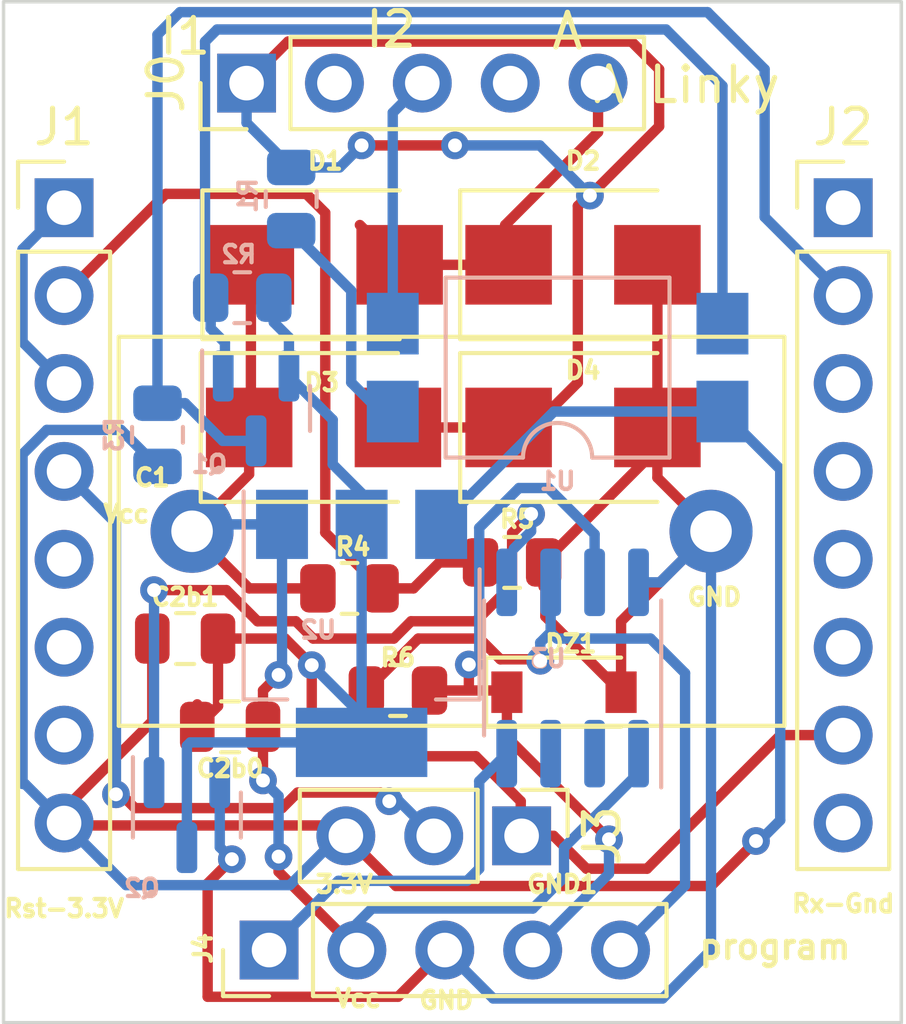
<source format=kicad_pcb>
(kicad_pcb (version 20211014) (generator pcbnew)
  (layers (0 "F.Cu" signal) (31 "B.Cu" signal) (34 "B.Paste" user) (35 "F.Paste" user) (36 "B.SilkS" user "B.Silkscreen") (37 "F.SilkS" user "F.Silkscreen") (38 "B.Mask" user) (39 "F.Mask" user) (44 "Edge.Cuts" user))
  (net 0 "")
  (net 1 "VCC")
  (net 2 "GND")
  (net 3 "A")
  (net 4 "I1")
  (net 5 "Net-(DZ1-Pad1)")
  (net 6 "I2")
  (net 7 "+3.3V")
  (net 8 "GND1")
  (net 9 "Net-(J4-Pad1)")
  (net 10 "Net-(J4-Pad5)")
  (net 13 "Net-(Q1-Pad1)")
  (net 14 "Net-(Q2-Pad1)")
  (net 15 "Net-(R1-Pad2)")
  (net 16 "Net-(J1-Pad1)")
  (net 17 "Net-(J1-Pad2)")
  (net 18 "Net-(J1-Pad4)")
  (net 23 "Net-(J2-Pad2)")
  (footprint "Resistor_SMD:R_0805_2012Metric" (layer "F.Cu") (at 28.25 119 180)
    (fp_text reference "R4" (at -0.1 1.2) (layer "F.SilkS") (effects (font (size 0.5 0.5) (thickness 0.125))))
    (fp_text value "R_US")
    (fp_line (start -0.227064 -0.735) (end 0.227064 -0.735) (layer "F.SilkS") (width 0.12))
    (fp_line (start -0.227064 0.735) (end 0.227064 0.735) (layer "F.SilkS") (width 0.12))
    (pad "1" smd roundrect (at -0.9125 0 180) (size 1.025 1.4) (layers "F.Cu" "F.Paste" "F.Mask") (roundrect_rratio 0.243902439) (net 17 "Net-(J1-Pad2)"))
    (pad "2" smd roundrect (at 0.9125 0 180) (size 1.025 1.4) (layers "F.Cu" "F.Paste" "F.Mask") (roundrect_rratio 0.243902439) (net 1 "VCC"))
  )
  (footprint "Capacitor_SMD:C_0805_2012Metric" (layer "F.Cu") (at 24.8 123 180)
    (fp_text reference "C2b0" (at 0 -1.2) (layer "F.SilkS") (effects (font (size 0.5 0.5) (thickness 0.125))))
    (fp_text value "C")
    (fp_line (start -0.261252 -0.735) (end 0.261252 -0.735) (layer "F.SilkS") (width 0.12))
    (fp_line (start -0.261252 0.735) (end 0.261252 0.735) (layer "F.SilkS") (width 0.12))
    (pad "1" smd roundrect (at -0.95 0 180) (size 1 1.45) (layers "F.Cu" "F.Paste" "F.Mask") (net 1 "VCC"))
    (pad "2" smd roundrect (at 0.95 0 180) (size 1 1.45) (layers "F.Cu" "F.Paste" "F.Mask") (net 8 "GND1"))
  )
  (footprint "Diode_SMD:D_SMB" (layer "F.Cu") (at 35 114.35)
    (fp_text reference "D4" (at 0 -1.65) (layer "F.SilkS") (effects (font (size 0.5 0.5) (thickness 0.125))))
    (fp_text value "S2JTR")
    (fp_line (start -3.55 -2.15) (end 2.15 -2.15) (layer "F.SilkS") (width 0.12))
    (fp_line (start -3.55 -2.15) (end -3.55 2.15) (layer "F.SilkS") (width 0.12))
    (fp_line (start -3.55 2.15) (end 2.15 2.15) (layer "F.SilkS") (width 0.12))
    (pad "1" smd rect (at -2.15 0) (size 2.5 2.3) (layers "F.Cu" "F.Paste" "F.Mask") (net 4 "I1"))
    (pad "2" smd rect (at 2.15 0) (size 2.5 2.3) (layers "F.Cu" "F.Paste" "F.Mask") (net 2 "GND"))
  )
  (footprint "Diode_SMD:D_SMB" (layer "F.Cu") (at 27.55 109.65)
    (fp_text reference "D1" (at 0 -3) (layer "F.SilkS") (effects (font (size 0.5 0.5) (thickness 0.125))))
    (fp_text value "S2JTR")
    (fp_line (start -3.55 2.15) (end 2.15 2.15) (layer "F.SilkS") (width 0.12))
    (fp_line (start -3.55 -2.15) (end 2.15 -2.15) (layer "F.SilkS") (width 0.12))
    (fp_line (start -3.55 -2.15) (end -3.55 2.15) (layer "F.SilkS") (width 0.12))
    (pad "1" smd rect (at -2.15 0) (size 2.5 2.3) (layers "F.Cu" "F.Paste" "F.Mask") (net 1 "VCC"))
    (pad "2" smd rect (at 2.15 0) (size 2.5 2.3) (layers "F.Cu" "F.Paste" "F.Mask") (net 3 "A"))
  )
  (footprint "Connector_PinHeader_2.54mm:PinHeader_1x05_P2.54mm_Vertical" (layer "F.Cu") (at 25.275 104.4 90)
    (fp_text reference "J0" (at 0 -2.33 90) (layer "F.SilkS"))
    (fp_text value "Linky" (at -0.05 13.525 180) (layer "F.SilkS"))
    (fp_line (start -1.33 11.49) (end 1.33 11.49) (layer "F.SilkS") (width 0.12))
    (fp_line (start -1.33 -1.33) (end 0 -1.33) (layer "F.SilkS") (width 0.12))
    (fp_line (start -1.33 1.27) (end -1.33 11.49) (layer "F.SilkS") (width 0.12))
    (fp_line (start -1.33 1.27) (end 1.33 1.27) (layer "F.SilkS") (width 0.12))
    (fp_line (start -1.33 0) (end -1.33 -1.33) (layer "F.SilkS") (width 0.12))
    (fp_line (start 1.33 1.27) (end 1.33 11.49) (layer "F.SilkS") (width 0.12))
    (pad "1" thru_hole rect (at 0 0 90) (size 1.7 1.7) (drill 1) (layers *.Cu *.Mask) (net 4 "I1"))
    (pad "2" thru_hole oval (at 0 2.54 90) (size 1.7 1.7) (drill 1) (layers *.Cu *.Mask))
    (pad "3" thru_hole oval (at 0 5.08 90) (size 1.7 1.7) (drill 1) (layers *.Cu *.Mask) (net 6 "I2"))
    (pad "4" thru_hole oval (at 0 7.62 90) (size 1.7 1.7) (drill 1) (layers *.Cu *.Mask))
    (pad "5" thru_hole oval (at 0 10.16 90) (size 1.7 1.7) (drill 1) (layers *.Cu *.Mask) (net 3 "A"))
  )
  (footprint "Connector_PinHeader_2.54mm:PinHeader_1x08_P2.54mm_Vertical" (layer "F.Cu") (at 42.52 108)
    (fp_text reference "J2" (at 0 -2.33) (layer "F.SilkS"))
    (fp_text value "Rx-Gnd" (at 0 20.11) (layer "F.SilkS") (effects (font (size 0.5 0.5) (thickness 0.125))))
    (fp_line (start -1.33 1.27) (end 1.33 1.27) (layer "F.SilkS") (width 0.12))
    (fp_line (start 1.33 1.27) (end 1.33 19.11) (layer "F.SilkS") (width 0.12))
    (fp_line (start -1.33 -1.33) (end 0 -1.33) (layer "F.SilkS") (width 0.12))
    (fp_line (start -1.33 19.11) (end 1.33 19.11) (layer "F.SilkS") (width 0.12))
    (fp_line (start -1.33 1.27) (end -1.33 19.11) (layer "F.SilkS") (width 0.12))
    (fp_line (start -1.33 0) (end -1.33 -1.33) (layer "F.SilkS") (width 0.12))
    (pad "1" thru_hole rect (at 0 0) (size 1.7 1.7) (drill 1) (layers *.Cu *.Mask))
    (pad "2" thru_hole oval (at 0 2.54) (size 1.7 1.7) (drill 1) (layers *.Cu *.Mask) (net 23 "Net-(J2-Pad2)"))
    (pad "3" thru_hole oval (at 0 5.08) (size 1.7 1.7) (drill 1) (layers *.Cu *.Mask))
    (pad "4" thru_hole oval (at 0 7.62) (size 1.7 1.7) (drill 1) (layers *.Cu *.Mask))
    (pad "5" thru_hole oval (at 0 10.16) (size 1.7 1.7) (drill 1) (layers *.Cu *.Mask))
    (pad "6" thru_hole oval (at 0 12.7) (size 1.7 1.7) (drill 1) (layers *.Cu *.Mask))
    (pad "7" thru_hole oval (at 0 15.24) (size 1.7 1.7) (drill 1) (layers *.Cu *.Mask) (net 8 "GND1"))
    (pad "8" thru_hole oval (at 0 17.78) (size 1.7 1.7) (drill 1) (layers *.Cu *.Mask))
  )
  (footprint "Connector_PinHeader_2.54mm:PinHeader_1x08_P2.54mm_Vertical" (layer "F.Cu") (at 20 108)
    (fp_text reference "J1" (at 0 -2.33) (layer "F.SilkS"))
    (fp_text value "Rst-3.3V" (at 0 20.25) (layer "F.SilkS") (effects (font (size 0.5 0.5) (thickness 0.125))))
    (fp_line (start -1.33 0) (end -1.33 -1.33) (layer "F.SilkS") (width 0.12))
    (fp_line (start -1.33 1.27) (end 1.33 1.27) (layer "F.SilkS") (width 0.12))
    (fp_line (start -1.33 19.11) (end 1.33 19.11) (layer "F.SilkS") (width 0.12))
    (fp_line (start -1.33 -1.33) (end 0 -1.33) (layer "F.SilkS") (width 0.12))
    (fp_line (start -1.33 1.27) (end -1.33 19.11) (layer "F.SilkS") (width 0.12))
    (fp_line (start 1.33 1.27) (end 1.33 19.11) (layer "F.SilkS") (width 0.12))
    (pad "1" thru_hole rect (at 0 0) (size 1.7 1.7) (drill 1) (layers *.Cu *.Mask) (net 16 "Net-(J1-Pad1)"))
    (pad "2" thru_hole oval (at 0 2.54) (size 1.7 1.7) (drill 1) (layers *.Cu *.Mask) (net 17 "Net-(J1-Pad2)"))
    (pad "3" thru_hole oval (at 0 5.08) (size 1.7 1.7) (drill 1) (layers *.Cu *.Mask) (net 16 "Net-(J1-Pad1)"))
    (pad "4" thru_hole oval (at 0 7.62) (size 1.7 1.7) (drill 1) (layers *.Cu *.Mask) (net 18 "Net-(J1-Pad4)"))
    (pad "5" thru_hole oval (at 0 10.16) (size 1.7 1.7) (drill 1) (layers *.Cu *.Mask))
    (pad "6" thru_hole oval (at 0 12.7) (size 1.7 1.7) (drill 1) (layers *.Cu *.Mask))
    (pad "7" thru_hole oval (at 0 15.24) (size 1.7 1.7) (drill 1) (layers *.Cu *.Mask))
    (pad "8" thru_hole oval (at 0 17.78) (size 1.7 1.7) (drill 1) (layers *.Cu *.Mask) (net 7 "+3.3V"))
  )
  (footprint "Connector_PinHeader_2.54mm:PinHeader_1x05_P2.54mm_Vertical" (layer "F.Cu") (at 25.925 129.45 90)
    (fp_text reference "J4" (at 0.05 -1.91 90) (layer "F.SilkS") (effects (font (size 0.5 0.5) (thickness 0.125))))
    (fp_text value "program" (at 0.1 14.625 180) (layer "F.SilkS") (effects (font (size 0.7 0.7))))
    (fp_line (start -1.33 0) (end -1.33 -1.33) (layer "F.SilkS") (width 0.12))
    (fp_line (start -1.33 1.27) (end -1.33 11.49) (layer "F.SilkS") (width 0.12))
    (fp_line (start -1.33 1.27) (end 1.33 1.27) (layer "F.SilkS") (width 0.12))
    (fp_line (start -1.33 11.49) (end 1.33 11.49) (layer "F.SilkS") (width 0.12))
    (fp_line (start -1.33 -1.33) (end 0 -1.33) (layer "F.SilkS") (width 0.12))
    (fp_line (start 1.33 1.27) (end 1.33 11.49) (layer "F.SilkS") (width 0.12))
    (pad "1" thru_hole rect (at 0 0 90) (size 1.7 1.7) (drill 1) (layers *.Cu *.Mask) (net 9 "Net-(J4-Pad1)"))
    (pad "2" thru_hole oval (at 0 2.54 90) (size 1.7 1.7) (drill 1) (layers *.Cu *.Mask) (net 1 "VCC"))
    (pad "3" thru_hole oval (at 0 5.08 90) (size 1.7 1.7) (drill 1) (layers *.Cu *.Mask) (net 2 "GND"))
    (pad "4" thru_hole oval (at 0 7.62 90) (size 1.7 1.7) (drill 1) (layers *.Cu *.Mask) (net 5 "Net-(DZ1-Pad1)"))
    (pad "5" thru_hole oval (at 0 10.16 90) (size 1.7 1.7) (drill 1) (layers *.Cu *.Mask) (net 10 "Net-(J4-Pad5)"))
  )
  (footprint "Capacitor_SMD:C_0805_2012Metric" (layer "F.Cu") (at 23.5 120.45)
    (fp_text reference "C2b1" (at 0 -1.2) (layer "F.SilkS") (effects (font (size 0.5 0.5) (thickness 0.125))))
    (fp_text value "C")
    (fp_line (start -0.261252 0.735) (end 0.261252 0.735) (layer "F.SilkS") (width 0.12))
    (fp_line (start -0.261252 -0.735) (end 0.261252 -0.735) (layer "F.SilkS") (width 0.12))
    (pad "1" smd roundrect (at -0.95 0) (size 1 1.45) (layers "F.Cu" "F.Paste" "F.Mask") (net 7 "+3.3V"))
    (pad "2" smd roundrect (at 0.95 0) (size 1 1.45) (layers "F.Cu" "F.Paste" "F.Mask") (net 8 "GND1"))
  )
  (footprint "Diode_SMD:D_SMB" (layer "F.Cu") (at 27.5 114.35)
    (fp_text reference "D3" (at -0.05 -1.3) (layer "F.SilkS") (effects (font (size 0.5 0.5) (thickness 0.125))))
    (fp_text value "S2JTR")
    (fp_line (start -3.55 -2.15) (end -3.55 2.15) (layer "F.SilkS") (width 0.12))
    (fp_line (start -3.55 -2.15) (end 2.15 -2.15) (layer "F.SilkS") (width 0.12))
    (fp_line (start -3.55 2.15) (end 2.15 2.15) (layer "F.SilkS") (width 0.12))
    (pad "1" smd rect (at -2.15 0) (size 2.5 2.3) (layers "F.Cu" "F.Paste" "F.Mask") (net 1 "VCC"))
    (pad "2" smd rect (at 2.15 0) (size 2.5 2.3) (layers "F.Cu" "F.Paste" "F.Mask") (net 4 "I1"))
  )
  (footprint "Resistor_SMD:R_0805_2012Metric" (layer "F.Cu") (at 32.95 118.25 180)
    (fp_text reference "R5" (at -0.15 1.25) (layer "F.SilkS") (effects (font (size 0.5 0.5) (thickness 0.125))))
    (fp_text value "R_US")
    (fp_line (start -0.227064 -0.735) (end 0.227064 -0.735) (layer "F.SilkS") (width 0.12))
    (fp_line (start -0.227064 0.735) (end 0.227064 0.735) (layer "F.SilkS") (width 0.12))
    (pad "1" smd roundrect (at -0.9125 0 180) (size 1.025 1.4) (layers "F.Cu" "F.Paste" "F.Mask") (roundrect_rratio 0.243902439) (net 2 "GND"))
    (pad "2" smd roundrect (at 0.9125 0 180) (size 1.025 1.4) (layers "F.Cu" "F.Paste" "F.Mask") (roundrect_rratio 0.243902439) (net 17 "Net-(J1-Pad2)"))
  )
  (footprint "Capacitor_THT:C_Rect_L19.0mm_W11.0mm_P15.00mm_MKS4" (layer "F.Cu") (at 23.7 117.35)
    (fp_text reference "C1" (at -1.15 -1.55) (layer "F.SilkS") (effects (font (size 0.5 0.5) (thickness 0.125))))
    (fp_text value "C")
    (fp_line (start -2.12 -5.62) (end -2.12 5.62) (layer "F.SilkS") (width 0.12))
    (fp_line (start -2.12 -5.62) (end 17.12 -5.62) (layer "F.SilkS") (width 0.12))
    (fp_line (start 17.12 -5.62) (end 17.12 5.62) (layer "F.SilkS") (width 0.12))
    (fp_line (start -2.12 5.62) (end 17.12 5.62) (layer "F.SilkS") (width 0.12))
    (pad "1" thru_hole circle (at 0 0) (size 2.4 2.4) (drill 1.2) (layers *.Cu *.Mask) (net 1 "VCC"))
    (pad "2" thru_hole circle (at 15 0) (size 2.4 2.4) (drill 1.2) (layers *.Cu *.Mask) (net 2 "GND"))
  )
  (footprint "Connector_PinHeader_2.54mm:PinHeader_1x03_P2.54mm_Vertical" (layer "F.Cu") (at 33.225 126.15 -90)
    (fp_text reference "J3" (at 0 -2.33 90) (layer "F.SilkS"))
    (fp_text value "Conn_01x03_Female")
    (fp_line (start -1.33 6.41) (end 1.33 6.41) (layer "F.SilkS") (width 0.12))
    (fp_line (start -1.33 0) (end -1.33 -1.33) (layer "F.SilkS") (width 0.12))
    (fp_line (start -1.33 1.27) (end 1.33 1.27) (layer "F.SilkS") (width 0.12))
    (fp_line (start 1.33 1.27) (end 1.33 6.41) (layer "F.SilkS") (width 0.12))
    (fp_line (start -1.33 -1.33) (end 0 -1.33) (layer "F.SilkS") (width 0.12))
    (fp_line (start -1.33 1.27) (end -1.33 6.41) (layer "F.SilkS") (width 0.12))
    (pad "1" thru_hole rect (at 0 0 270) (size 1.7 1.7) (drill 1) (layers *.Cu *.Mask) (net 8 "GND1"))
    (pad "2" thru_hole oval (at 0 2.54 270) (size 1.7 1.7) (drill 1) (layers *.Cu *.Mask) (net 18 "Net-(J1-Pad4)"))
    (pad "3" thru_hole oval (at 0 5.08 270) (size 1.7 1.7) (drill 1) (layers *.Cu *.Mask) (net 7 "+3.3V"))
  )
  (footprint "Resistor_SMD:R_0805_2012Metric" (layer "F.Cu") (at 29.65 121.95 180)
    (fp_text reference "R6" (at 0 0.95) (layer "F.SilkS") (effects (font (size 0.5 0.5) (thickness 0.125))))
    (fp_text value "R_US")
    (fp_line (start -0.227064 0.735) (end 0.227064 0.735) (layer "F.SilkS") (width 0.12))
    (fp_line (start -0.227064 -0.735) (end 0.227064 -0.735) (layer "F.SilkS") (width 0.12))
    (pad "1" smd roundrect (at -0.9125 0 180) (size 1.025 1.4) (layers "F.Cu" "F.Paste" "F.Mask") (roundrect_rratio 0.243902439) (net 5 "Net-(DZ1-Pad1)"))
    (pad "2" smd roundrect (at 0.9125 0 180) (size 1.025 1.4) (layers "F.Cu" "F.Paste" "F.Mask") (roundrect_rratio 0.243902439) (net 10 "Net-(J4-Pad5)"))
  )
  (footprint "Diode_SMD:D_SOD-123" (layer "F.Cu") (at 34.45 122)
    (fp_text reference "DZ1" (at 0.2 -1.4) (layer "F.SilkS") (effects (font (size 0.5 0.5) (thickness 0.125))))
    (fp_text value "BAT43W-V")
    (fp_line (start -2.25 1) (end 1.65 1) (layer "F.SilkS") (width 0.12))
    (fp_line (start -2.25 -1) (end 1.65 -1) (layer "F.SilkS") (width 0.12))
    (fp_line (start -2.25 -1) (end -2.25 1) (layer "F.SilkS") (width 0.12))
    (pad "1" smd rect (at -1.65 0) (size 0.9 1.2) (layers "F.Cu" "F.Paste" "F.Mask") (net 5 "Net-(DZ1-Pad1)"))
    (pad "2" smd rect (at 1.65 0) (size 0.9 1.2) (layers "F.Cu" "F.Paste" "F.Mask") (net 2 "GND"))
  )
  (footprint "Diode_SMD:D_SMB" (layer "F.Cu") (at 35 109.65)
    (fp_text reference "D2" (at 0 -3) (layer "F.SilkS") (effects (font (size 0.5 0.5) (thickness 0.125))))
    (fp_text value "S2JTR")
    (fp_line (start -3.55 -2.15) (end 2.15 -2.15) (layer "F.SilkS") (width 0.12))
    (fp_line (start -3.55 -2.15) (end -3.55 2.15) (layer "F.SilkS") (width 0.12))
    (fp_line (start -3.55 2.15) (end 2.15 2.15) (layer "F.SilkS") (width 0.12))
    (pad "1" smd rect (at -2.15 0) (size 2.5 2.3) (layers "F.Cu" "F.Paste" "F.Mask") (net 3 "A"))
    (pad "2" smd rect (at 2.15 0) (size 2.5 2.3) (layers "F.Cu" "F.Paste" "F.Mask") (net 2 "GND"))
  )
  (footprint "Package_DIP:SMDIP-4_W9.53mm_Clearance8mm" (layer "B.Cu") (at 34.265 112.62)
    (fp_text reference "U1" (at 0 3.28) (layer "B.SilkS") (effects (font (size 0.5 0.5) (thickness 0.125)) (justify mirror)))
    (fp_text value "SFH6206-2T")
    (fp_line (start -3.235 -2.6) (end 3.235 -2.6) (layer "B.SilkS") (width 0.12))
    (fp_line (start 3.235 2.6) (end 1 2.6) (layer "B.SilkS") (width 0.12))
    (fp_line (start 3.235 -2.6) (end 3.235 2.6) (layer "B.SilkS") (width 0.12))
    (fp_line (start -1 2.6) (end -3.235 2.6) (layer "B.SilkS") (width 0.12))
    (fp_line (start -3.235 2.6) (end -3.235 -2.6) (layer "B.SilkS") (width 0.12))
    (fp_arc (start -1 2.6) (mid 0 1.6) (end 1 2.6) (layer "B.SilkS") (width 0.12))
    (pad "1" smd rect (at -4.765 1.27) (size 1.5 1.78) (layers "B.Cu" "B.Paste" "B.Mask") (net 15 "Net-(R1-Pad2)"))
    (pad "2" smd rect (at -4.765 -1.27) (size 1.5 1.78) (layers "B.Cu" "B.Paste" "B.Mask") (net 6 "I2"))
    (pad "3" smd rect (at 4.765 -1.27) (size 1.5 1.78) (layers "B.Cu" "B.Paste" "B.Mask") (net 13 "Net-(Q1-Pad1)"))
    (pad "4" smd rect (at 4.765 1.27) (size 1.5 1.78) (layers "B.Cu" "B.Paste" "B.Mask") (net 7 "+3.3V"))
  )
  (footprint "Package_TO_SOT_SMD:SOT-23" (layer "B.Cu") (at 23.55 125.55 -90)
    (fp_text reference "Q2" (at 2.1125 1.3) (layer "B.SilkS") (effects (font (size 0.5 0.5) (thickness 0.125)) (justify mirror)))
    (fp_text value "IRLML6244")
    (fp_line (start 0 1.56) (end 0.65 1.56) (layer "B.SilkS") (width 0.12))
    (fp_line (start 0 -1.56) (end -0.65 -1.56) (layer "B.SilkS") (width 0.12))
    (fp_line (start 0 -1.56) (end 0.65 -1.56) (layer "B.SilkS") (width 0.12))
    (fp_line (start 0 1.56) (end -1.675 1.56) (layer "B.SilkS") (width 0.12))
    (pad "1" smd roundrect (at -0.9375 0.95 270) (size 1.475 0.6) (layers "B.Cu" "B.Paste" "B.Mask") (net 14 "Net-(Q2-Pad1)"))
    (pad "2" smd roundrect (at -0.9375 -0.95 270) (size 1.475 0.6) (layers "B.Cu" "B.Paste" "B.Mask") (net 2 "GND"))
    (pad "3" smd roundrect (at 0.9375 0 270) (size 1.475 0.6) (layers "B.Cu" "B.Paste" "B.Mask") (net 8 "GND1"))
  )
  (footprint "Resistor_SMD:R_0805_2012Metric" (layer "B.Cu") (at 26.565 107.75 -90)
    (fp_text reference "R1" (at -0.1 1.25 90) (layer "B.SilkS") (effects (font (size 0.5 0.5) (thickness 0.125)) (justify mirror)))
    (fp_text value "R_US")
    (fp_line (start -0.227064 -0.735) (end 0.227064 -0.735) (layer "B.SilkS") (width 0.12))
    (fp_line (start -0.227064 0.735) (end 0.227064 0.735) (layer "B.SilkS") (width 0.12))
    (pad "1" smd roundrect (at -0.9125 0 270) (size 1.025 1.4) (layers "B.Cu" "B.Paste" "B.Mask") (roundrect_rratio 0.243902439) (net 4 "I1"))
    (pad "2" smd roundrect (at 0.9125 0 270) (size 1.025 1.4) (layers "B.Cu" "B.Paste" "B.Mask") (roundrect_rratio 0.243902439) (net 15 "Net-(R1-Pad2)"))
  )
  (footprint "Package_TO_SOT_SMD:SOT-223-3_TabPin2" (layer "B.Cu") (at 28.6 120.3 -90)
    (fp_text reference "U2" (at -0.1 1.25) (layer "B.SilkS") (effects (font (size 0.5 0.5) (thickness 0.125)) (justify mirror)))
    (fp_text value "MCP1825s33")
    (fp_line (start -4.1 3.41) (end 1.91 3.41) (layer "B.SilkS") (width 0.12))
    (fp_line (start -1.85 -3.41) (end 1.91 -3.41) (layer "B.SilkS") (width 0.12))
    (fp_line (start 1.91 3.41) (end 1.91 2.15) (layer "B.SilkS") (width 0.12))
    (fp_line (start 1.91 -3.41) (end 1.91 -2.15) (layer "B.SilkS") (width 0.12))
    (pad "1" smd rect (at -3.15 2.3 270) (size 2 1.5) (layers "B.Cu" "B.Paste" "B.Mask") (net 1 "VCC"))
    (pad "2" smd rect (at -3.15 0 270) (size 2 1.5) (layers "B.Cu" "B.Paste" "B.Mask") (net 8 "GND1"))
    (pad "2" smd rect (at 3.15 0 270) (size 2 3.8) (layers "B.Cu" "B.Paste" "B.Mask") (net 8 "GND1"))
    (pad "3" smd rect (at -3.15 -2.3 270) (size 2 1.5) (layers "B.Cu" "B.Paste" "B.Mask") (net 7 "+3.3V"))
  )
  (footprint "Package_TO_SOT_SMD:SOT-23" (layer "B.Cu") (at 25.55 113.8 -90)
    (fp_text reference "Q1" (at 1.6125 1.35) (layer "B.SilkS") (effects (font (size 0.5 0.5) (thickness 0.125)) (justify mirror)))
    (fp_text value "BS170F")
    (fp_line (start 0 -1.56) (end 0.65 -1.56) (layer "B.SilkS") (width 0.12))
    (fp_line (start 0 1.56) (end -1.675 1.56) (layer "B.SilkS") (width 0.12))
    (fp_line (start 0 1.56) (end 0.65 1.56) (layer "B.SilkS") (width 0.12))
    (fp_line (start 0 -1.56) (end -0.65 -1.56) (layer "B.SilkS") (width 0.12))
    (pad "1" smd roundrect (at -0.9375 0.95 270) (size 1.475 0.6) (layers "B.Cu" "B.Paste" "B.Mask") (net 13 "Net-(Q1-Pad1)"))
    (pad "2" smd roundrect (at -0.9375 -0.95 270) (size 1.475 0.6) (layers "B.Cu" "B.Paste" "B.Mask") (net 8 "GND1"))
    (pad "3" smd roundrect (at 0.9375 0 270) (size 1.475 0.6) (layers "B.Cu" "B.Paste" "B.Mask") (net 23 "Net-(J2-Pad2)"))
  )
  (footprint "Resistor_SMD:R_0805_2012Metric" (layer "B.Cu") (at 25.15 110.6 180)
    (fp_text reference "R2" (at 0.1 1.25) (layer "B.SilkS") (effects (font (size 0.5 0.5) (thickness 0.125)) (justify mirror)))
    (fp_text value "R_US")
    (fp_line (start -0.227064 -0.735) (end 0.227064 -0.735) (layer "B.SilkS") (width 0.12))
    (fp_line (start -0.227064 0.735) (end 0.227064 0.735) (layer "B.SilkS") (width 0.12))
    (pad "1" smd roundrect (at -0.9125 0 180) (size 1.025 1.4) (layers "B.Cu" "B.Paste" "B.Mask") (roundrect_rratio 0.243902439) (net 8 "GND1"))
    (pad "2" smd roundrect (at 0.9125 0 180) (size 1.025 1.4) (layers "B.Cu" "B.Paste" "B.Mask") (roundrect_rratio 0.243902439) (net 13 "Net-(Q1-Pad1)"))
  )
  (footprint "Resistor_SMD:R_0805_2012Metric" (layer "B.Cu") (at 22.7 114.5625 -90)
    (fp_text reference "R3" (at 0 1.25 90) (layer "B.SilkS") (effects (font (size 0.5 0.5) (thickness 0.125)) (justify mirror)))
    (fp_text value "R_US")
    (fp_line (start -0.227064 -0.735) (end 0.227064 -0.735) (layer "B.SilkS") (width 0.12))
    (fp_line (start -0.227064 0.735) (end 0.227064 0.735) (layer "B.SilkS") (width 0.12))
    (pad "1" smd roundrect (at -0.9125 0 270) (size 1.025 1.4) (layers "B.Cu" "B.Paste" "B.Mask") (roundrect_rratio 0.243902439) (net 23 "Net-(J2-Pad2)"))
    (pad "2" smd roundrect (at 0.9125 0 270) (size 1.025 1.4) (layers "B.Cu" "B.Paste" "B.Mask") (roundrect_rratio 0.243902439) (net 7 "+3.3V"))
  )
  (footprint "Package_SO:SOIC-8_3.9x4.9mm_P1.27mm" (layer "B.Cu") (at 34.7 121.3 90)
    (fp_text reference "U3" (at 0.275 -0.715) (layer "B.SilkS") (effects (font (size 0.5 0.5) (thickness 0.125)) (justify mirror)))
    (fp_text value "PIC12F1840-IP")
    (fp_line (start 0 2.56) (end 1.95 2.56) (layer "B.SilkS") (width 0.12))
    (fp_line (start 0 2.56) (end -3.45 2.56) (layer "B.SilkS") (width 0.12))
    (fp_line (start 0 -2.56) (end -1.95 -2.56) (layer "B.SilkS") (width 0.12))
    (fp_line (start 0 -2.56) (end 1.95 -2.56) (layer "B.SilkS") (width 0.12))
    (pad "1" smd roundrect (at -2.475 1.905 90) (size 1.95 0.6) (layers "B.Cu" "B.Paste" "B.Mask") (net 1 "VCC"))
    (pad "2" smd roundrect (at -2.475 0.635 90) (size 1.95 0.6) (layers "B.Cu" "B.Paste" "B.Mask"))
    (pad "3" smd roundrect (at -2.475 -0.635 90) (size 1.95 0.6) (layers "B.Cu" "B.Paste" "B.Mask"))
    (pad "4" smd roundrect (at -2.475 -1.905 90) (size 1.95 0.6) (layers "B.Cu" "B.Paste" "B.Mask") (net 9 "Net-(J4-Pad1)"))
    (pad "5" smd roundrect (at 2.475 -1.905 90) (size 1.95 0.6) (layers "B.Cu" "B.Paste" "B.Mask") (net 14 "Net-(Q2-Pad1)"))
    (pad "6" smd roundrect (at 2.475 -0.635 90) (size 1.95 0.6) (layers "B.Cu" "B.Paste" "B.Mask") (net 10 "Net-(J4-Pad5)"))
    (pad "7" smd roundrect (at 2.475 0.635 90) (size 1.95 0.6) (layers "B.Cu" "B.Paste" "B.Mask") (net 5 "Net-(DZ1-Pad1)"))
    (pad "8" smd roundrect (at 2.475 1.905 90) (size 1.95 0.6) (layers "B.Cu" "B.Paste" "B.Mask") (net 2 "GND"))
  )
  (gr_rect (start 18.25 102.048385) (end 44.2 131.55) (layer "Edge.Cuts") (width 0.1) (fill none))
  (gr_text "3.3V" (at 28.1 127.55) (layer "F.SilkS") (effects (font (size 0.5 0.5) (thickness 0.125))))
  (gr_text "GND\n" (at 31.05 130.9) (layer "F.SilkS") (effects (font (size 0.5 0.5) (thickness 0.125))))
  (gr_text "I1" (at 23.5 103.05) (layer "F.SilkS") (effects (font (size 1 1))))
  (gr_text "I2" (at 29.45 102.85) (layer "F.SilkS") (effects (font (size 1 1))))
  (gr_text "GND\n" (at 38.8 119.25) (layer "F.SilkS") (effects (font (size 0.5 0.5) (thickness 0.125))))
  (gr_text "Vcc" (at 28.5 130.85) (layer "F.SilkS") (effects (font (size 0.5 0.5) (thickness 0.125))))
  (gr_text "A" (at 34.55 102.9) (layer "F.SilkS") (effects (font (size 1 1))))
  (gr_text "A" (at 35.75 104.45) (layer "F.SilkS") (effects (font (size 1 1))))
  (gr_text "Vcc\n" (at 21.8 116.85) (layer "F.SilkS") (effects (font (size 0.5 0.5) (thickness 0.125))))
  (gr_text "GND1" (at 34.4 127.55) (layer "F.SilkS") (effects (font (size 0.5 0.5) (thickness 0.125))))
  (segment (start 25.4 114.3) (end 25.35 114.35) (width 0.3) (layer "F.Cu") (net 1))
  (segment (start 23.7 117.35) (end 25.35 119) (width 0.3) (layer "F.Cu") (net 1))
  (segment (start 25.35 115.7) (end 23.7 117.35) (width 0.3) (layer "F.Cu") (net 1))
  (segment (start 25.75 121.95) (end 26.2 121.5) (width 0.3) (layer "F.Cu") (net 1))
  (segment (start 25.35 119) (end 27.3375 119) (width 0.3) (layer "F.Cu") (net 1))
  (segment (start 28.465 129.45) (end 26.2 127.185) (width 0.3) (layer "F.Cu") (net 1))
  (segment (start 25.75 124.55) (end 25.75 123) (width 0.3) (layer "F.Cu") (net 1))
  (segment (start 25.75 123) (end 26.2 123.45) (width 0.3) (layer "F.Cu") (net 1))
  (segment (start 25.35 114.35) (end 25.35 115.7) (width 0.3) (layer "F.Cu") (net 1))
  (segment (start 26.2 127.185) (end 26.2 126.75) (width 0.3) (layer "F.Cu") (net 1))
  (segment (start 25.75 123) (end 25.75 121.95) (width 0.3) (layer "F.Cu") (net 1))
  (segment (start 25.4 109.65) (end 25.4 114.3) (width 0.3) (layer "F.Cu") (net 1))
  (via (at 26.2 121.5) (size 0.8) (drill 0.4) (layers "F.Cu" "B.Cu") (net 1))
  (via (at 25.75 124.55) (size 0.8) (drill 0.4) (layers "F.Cu" "B.Cu") (net 1))
  (via (at 26.2 126.75) (size 0.8) (drill 0.4) (layers "F.Cu" "B.Cu") (net 1))
  (segment (start 36.605 124.334339) (end 34.45 126.489339) (width 0.3) (layer "B.Cu") (net 1))
  (segment (start 28.465 128.685) (end 28.465 129.45) (width 0.3) (layer "B.Cu") (net 1))
  (segment (start 23.9 117.15) (end 23.7 117.35) (width 0.3) (layer "B.Cu") (net 1))
  (segment (start 26.3 117.15) (end 23.9 117.15) (width 0.3) (layer "B.Cu") (net 1))
  (segment (start 36.605 123.775) (end 36.605 124.334339) (width 0.3) (layer "B.Cu") (net 1))
  (segment (start 33.55 128.25) (end 28.9 128.25) (width 0.3) (layer "B.Cu") (net 1))
  (segment (start 26.2 121.5) (end 26.3 121.4) (width 0.3) (layer "B.Cu") (net 1))
  (segment (start 34.45 127.35) (end 33.55 128.25) (width 0.3) (layer "B.Cu") (net 1))
  (segment (start 34.45 126.489339) (end 34.45 127.35) (width 0.3) (layer "B.Cu") (net 1))
  (segment (start 26.3 121.4) (end 26.3 117.15) (width 0.3) (layer "B.Cu") (net 1))
  (segment (start 28.9 128.25) (end 28.465 128.685) (width 0.3) (layer "B.Cu") (net 1))
  (segment (start 26.2 125) (end 26.2 126.75) (width 0.3) (layer "B.Cu") (net 1))
  (segment (start 25.75 124.55) (end 26.2 125) (width 0.3) (layer "B.Cu") (net 1))
  (segment (start 24.85 126.8255) (end 24.15 127.5255) (width 0.3) (layer "F.Cu") (net 2))
  (segment (start 38.7 117.35) (end 37.15 115.8) (width 0.3) (layer "F.Cu") (net 2))
  (segment (start 29.655 130.8) (end 31.005 129.45) (width 0.3) (layer "F.Cu") (net 2))
  (segment (start 36.1 122) (end 36.1 119.95) (width 0.3) (layer "F.Cu") (net 2))
  (segment (start 33.9125 119) (end 33.9125 119.8125) (width 0.3) (layer "F.Cu") (net 2))
  (segment (start 37.15 114.9625) (end 33.8625 118.25) (width 0.3) (layer "F.Cu") (net 2))
  (segment (start 37.15 115.8) (end 37.15 114.35) (width 0.3) (layer "F.Cu") (net 2))
  (segment (start 24.15 130.8) (end 29.655 130.8) (width 0.3) (layer "F.Cu") (net 2))
  (segment (start 36.1 119.95) (end 38.7 117.35) (width 0.3) (layer "F.Cu") (net 2))
  (segment (start 37.15 114.35) (end 37.15 114.9625) (width 0.3) (layer "F.Cu") (net 2))
  (segment (start 33.8625 118.95) (end 33.9125 119) (width 0.3) (layer "F.Cu") (net 2))
  (segment (start 37.15 109.65) (end 37.15 114.35) (width 0.3) (layer "F.Cu") (net 2))
  (segment (start 33.9125 119.8125) (end 36.1 122) (width 0.3) (layer "F.Cu") (net 2))
  (segment (start 33.8625 118.25) (end 33.8625 118.95) (width 0.3) (layer "F.Cu") (net 2))
  (segment (start 24.15 127.5255) (end 24.15 130.8) (width 0.3) (layer "F.Cu") (net 2))
  (via (at 24.85 126.8255) (size 0.8) (drill 0.4) (layers "F.Cu" "B.Cu") (net 2))
  (segment (start 24.5 126.4755) (end 24.5 124.6125) (width 0.3) (layer "B.Cu") (net 2))
  (segment (start 37.3 130.85) (end 38.7 129.45) (width 0.3) (layer "B.Cu") (net 2))
  (segment (start 32.405 130.85) (end 37.3 130.85) (width 0.3) (layer "B.Cu") (net 2))
  (segment (start 36.605 118.825) (end 37.225 118.825) (width 0.3) (layer "B.Cu") (net 2))
  (segment (start 37.225 118.825) (end 38.7 117.35) (width 0.3) (layer "B.Cu") (net 2))
  (segment (start 31.005 129.45) (end 32.405 130.85) (width 0.3) (layer "B.Cu") (net 2))
  (segment (start 24.85 126.8255) (end 24.5 126.4755) (width 0.3) (layer "B.Cu") (net 2))
  (segment (start 38.7 129.45) (end 38.7 117.35) (width 0.3) (layer "B.Cu") (net 2))
  (segment (start 35.435 105.815) (end 32.75 108.5) (width 0.3) (layer "F.Cu") (net 3))
  (segment (start 29.7 109.65) (end 32.85 109.65) (width 0.3) (layer "F.Cu") (net 3))
  (segment (start 35.435 104.4) (end 35.435 105.815) (width 0.3) (layer "F.Cu") (net 3))
  (segment (start 32.85 109.65) (end 32.85 108.6) (width 0.3) (layer "F.Cu") (net 3))
  (segment (start 32.85 108.6) (end 32.75 108.5) (width 0.3) (layer "F.Cu") (net 3))
  (segment (start 28.55 108.5) (end 29.7 109.65) (width 0.3) (layer "F.Cu") (net 3))
  (segment (start 34.85 107.95) (end 35.15 107.65) (width 0.3) (layer "F.Cu") (net 4))
  (segment (start 35.2 107.65) (end 37.2 105.65) (width 0.3) (layer "F.Cu") (net 4))
  (segment (start 26.475 103.2) (end 25.275 104.4) (width 0.3) (layer "F.Cu") (net 4))
  (segment (start 37.2 104) (end 36.4 103.2) (width 0.3) (layer "F.Cu") (net 4))
  (segment (start 28.6 106.2) (end 31.3 106.2) (width 0.3) (layer "F.Cu") (net 4))
  (segment (start 32.85 114.35) (end 33.55 114.35) (width 0.3) (layer "F.Cu") (net 4))
  (segment (start 37.2 105.65) (end 37.2 104) (width 0.3) (layer "F.Cu") (net 4))
  (segment (start 33.55 114.35) (end 34.85 113.05) (width 0.3) (layer "F.Cu") (net 4))
  (segment (start 34.85 113.05) (end 34.85 107.95) (width 0.3) (layer "F.Cu") (net 4))
  (segment (start 32.85 114.35) (end 29.65 114.35) (width 0.3) (layer "F.Cu") (net 4))
  (segment (start 35.15 107.65) (end 35.2 107.65) (width 0.3) (layer "F.Cu") (net 4))
  (segment (start 36.4 103.2) (end 26.475 103.2) (width 0.3) (layer "F.Cu") (net 4))
  (via (at 31.3 106.2) (size 0.8) (drill 0.4) (layers "F.Cu" "B.Cu") (net 4))
  (via (at 28.6 106.2) (size 0.8) (drill 0.4) (layers "F.Cu" "B.Cu") (net 4))
  (via (at 35.2 107.65) (size 0.8) (drill 0.4) (layers "F.Cu" "B.Cu") (net 4))
  (segment (start 31.3 106.2) (end 33.75 106.2) (width 0.3) (layer "B.Cu") (net 4))
  (segment (start 33.75 106.2) (end 35.2 107.65) (width 0.3) (layer "B.Cu") (net 4))
  (segment (start 25.275 105.5475) (end 26.565 106.8375) (width 0.3) (layer "B.Cu") (net 4))
  (segment (start 26.565 106.8375) (end 26.565 106.735) (width 0.3) (layer "B.Cu") (net 4))
  (segment (start 25.275 104.4) (end 25.275 105.5475) (width 0.3) (layer "B.Cu") (net 4))
  (segment (start 27.9625 106.8375) (end 28.6 106.2) (width 0.3) (layer "B.Cu") (net 4))
  (segment (start 26.565 106.8375) (end 27.9625 106.8375) (width 0.3) (layer "B.Cu") (net 4))
  (segment (start 35.75 126.25) (end 32.8 123.3) (width 0.3) (layer "F.Cu") (net 5))
  (segment (start 32.8 123.3) (end 32.8 122) (width 0.3) (layer "F.Cu") (net 5))
  (segment (start 31.7 121.95) (end 32.75 121.95) (width 0.3) (layer "F.Cu") (net 5))
  (segment (start 32.75 121.95) (end 32.8 122) (width 0.3) (layer "F.Cu") (net 5))
  (segment (start 31.7 121.2) (end 31.7 121.95) (width 0.3) (layer "F.Cu") (net 5))
  (segment (start 30.5625 121.95) (end 31.7 121.95) (width 0.3) (layer "F.Cu") (net 5))
  (via (at 31.7 121.2) (size 0.8) (drill 0.4) (layers "F.Cu" "B.Cu") (net 5))
  (via (at 35.75 126.25) (size 0.8) (drill 0.4) (layers "F.Cu" "B.Cu") (net 5))
  (segment (start 35.335 117.435) (end 34 116.1) (width 0.3) (layer "B.Cu") (net 5))
  (segment (start 35.335 118.825) (end 35.335 117.435) (width 0.3) (layer "B.Cu") (net 5))
  (segment (start 34 116.1) (end 33.15 116.1) (width 0.3) (layer "B.Cu") (net 5))
  (segment (start 33.15 116.1) (end 32 117.25) (width 0.3) (layer "B.Cu") (net 5))
  (segment (start 32 117.25) (end 32 120.9) (width 0.3) (layer "B.Cu") (net 5))
  (segment (start 32 120.9) (end 31.7 121.2) (width 0.3) (layer "B.Cu") (net 5))
  (segment (start 33.545 129.45) (end 35.75 127.245) (width 0.3) (layer "B.Cu") (net 5))
  (segment (start 35.75 127.245) (end 35.75 126.25) (width 0.3) (layer "B.Cu") (net 5))
  (segment (start 29.5 105.255) (end 30.355 104.4) (width 0.3) (layer "B.Cu") (net 6))
  (segment (start 29.5 111.35) (end 29.5 105.255) (width 0.3) (layer "B.Cu") (net 6))
  (segment (start 38.7 127.6) (end 40 126.3) (width 0.3) (layer "F.Cu") (net 7))
  (segment (start 28.145 126.15) (end 29.595 127.6) (width 0.3) (layer "F.Cu") (net 7))
  (segment (start 20.07 125.85) (end 20 125.78) (width 0.3) (layer "F.Cu") (net 7))
  (segment (start 29.595 127.6) (end 38.7 127.6) (width 0.3) (layer "F.Cu") (net 7))
  (segment (start 20 125.389339) (end 20 125.78) (width 0.3) (layer "F.Cu") (net 7))
  (segment (start 22.55 122.839339) (end 20 125.389339) (width 0.3) (layer "F.Cu") (net 7))
  (segment (start 28.12 125.85) (end 20.07 125.85) (width 0.3) (layer "F.Cu") (net 7))
  (segment (start 22.55 120.45) (end 22.55 122.839339) (width 0.3) (layer "F.Cu") (net 7))
  (via (at 40 126.3) (size 0.8) (drill 0.4) (layers "F.Cu" "B.Cu") (net 7))
  (segment (start 40.7 115.56) (end 39.03 113.89) (width 0.3) (layer "B.Cu") (net 7))
  (segment (start 27.95 126.15) (end 28.145 126.15) (width 0.3) (layer "B.Cu") (net 7))
  (segment (start 21.795 127.575) (end 26.525 127.575) (width 0.3) (layer "B.Cu") (net 7))
  (segment (start 40.7 125.7) (end 40.7 115.56) (width 0.3) (layer "B.Cu") (net 7))
  (segment (start 18.8 115.122943) (end 18.8 124.65) (width 0.3) (layer "B.Cu") (net 7))
  (segment (start 40.1 126.3) (end 40.7 125.7) (width 0.3) (layer "B.Cu") (net 7))
  (segment (start 19.502943 114.42) (end 18.8 115.122943) (width 0.3) (layer "B.Cu") (net 7))
  (segment (start 40 126.3) (end 40.1 126.3) (width 0.3) (layer "B.Cu") (net 7))
  (segment (start 21.645 114.42) (end 19.502943 114.42) (width 0.3) (layer "B.Cu") (net 7))
  (segment (start 39.03 113.89) (end 34.16 113.89) (width 0.3) (layer "B.Cu") (net 7))
  (segment (start 22.7 115.475) (end 21.645 114.42) (width 0.3) (layer "B.Cu") (net 7))
  (segment (start 26.525 127.575) (end 27.95 126.15) (width 0.3) (layer "B.Cu") (net 7))
  (segment (start 20 125.78) (end 21.795 127.575) (width 0.3) (layer "B.Cu") (net 7))
  (segment (start 18.8 124.65) (end 18.87 124.65) (width 0.3) (layer "B.Cu") (net 7))
  (segment (start 34.16 113.89) (end 30.9 117.15) (width 0.3) (layer "B.Cu") (net 7))
  (segment (start 18.87 124.65) (end 20 125.78) (width 0.3) (layer "B.Cu") (net 7))
  (segment (start 40.71 123.24) (end 42.54 123.24) (width 0.3) (layer "F.Cu") (net 8))
  (segment (start 27.158888 121.217974) (end 26.390914 120.45) (width 0.3) (layer "F.Cu") (net 8))
  (segment (start 28.45 123.85) (end 31.9 123.85) (width 0.3) (layer "F.Cu") (net 8))
  (segment (start 33.225 126.15) (end 34.15 126.15) (width 0.3) (layer "F.Cu") (net 8))
  (segment (start 34.15 126.15) (end 35.1 127.1) (width 0.3) (layer "F.Cu") (net 8))
  (segment (start 35.1 127.1) (end 36.85 127.1) (width 0.3) (layer "F.Cu") (net 8))
  (segment (start 33.2 125.15) (end 33.2 125.85) (width 0.3) (layer "F.Cu") (net 8))
  (segment (start 23.85 122.35) (end 23.85 123) (width 0.3) (layer "F.Cu") (net 8))
  (segment (start 27.158888 121.217974) (end 27.158888 122.558888) (width 0.3) (layer "F.Cu") (net 8))
  (segment (start 24.45 122.4) (end 23.85 123) (width 0.3) (layer "F.Cu") (net 8))
  (segment (start 26.390914 120.45) (end 24.45 120.45) (width 0.3) (layer "F.Cu") (net 8))
  (segment (start 27.158888 122.558888) (end 28.45 123.85) (width 0.3) (layer "F.Cu") (net 8))
  (segment (start 36.85 127.1) (end 40.71 123.24) (width 0.3) (layer "F.Cu") (net 8))
  (segment (start 24.45 120.45) (end 24.45 122.4) (width 0.3) (layer "F.Cu") (net 8))
  (segment (start 31.9 123.85) (end 33.2 125.15) (width 0.3) (layer "F.Cu") (net 8))
  (via (at 27.158888 121.217974) (size 0.8) (drill 0.4) (layers "F.Cu" "B.Cu") (net 8))
  (segment (start 23.65 123.45) (end 28.6 123.45) (width 0.3) (layer "B.Cu") (net 8))
  (segment (start 26.0625 110.6) (end 26.0625 111.3125) (width 0.3) (layer "B.Cu") (net 8))
  (segment (start 26.0625 111.3125) (end 26.5 111.75) (width 0.3) (layer "B.Cu") (net 8))
  (segment (start 28.6 123.45) (end 28.6 117.15) (width 0.3) (layer "B.Cu") (net 8))
  (segment (start 23.55 123.55) (end 23.65 123.45) (width 0.3) (layer "B.Cu") (net 8))
  (segment (start 28.6 117.15) (end 28.6 116.25) (width 0.3) (layer "B.Cu") (net 8))
  (segment (start 27.765 115.415) (end 27.765 114.1275) (width 0.3) (layer "B.Cu") (net 8))
  (segment (start 28.6 122.659086) (end 28.6 123.45) (width 0.3) (layer "B.Cu") (net 8))
  (segment (start 27.158888 121.217974) (end 28.6 122.659086) (width 0.3) (layer "B.Cu") (net 8))
  (segment (start 27.765 114.1275) (end 26.5 112.8625) (width 0.3) (layer "B.Cu") (net 8))
  (segment (start 23.55 126.4875) (end 23.55 123.55) (width 0.3) (layer "B.Cu") (net 8))
  (segment (start 28.6 116.25) (end 27.765 115.415) (width 0.3) (layer "B.Cu") (net 8))
  (segment (start 26.5 111.75) (end 26.5 112.8625) (width 0.3) (layer "B.Cu") (net 8))
  (segment (start 31.65 127.45) (end 32 127.1) (width 0.3) (layer "B.Cu") (net 9))
  (segment (start 32 127.1) (end 32 124.57) (width 0.3) (layer "B.Cu") (net 9))
  (segment (start 25.925 129.45) (end 27.925 127.45) (width 0.3) (layer "B.Cu") (net 9))
  (segment (start 32 124.57) (end 32.795 123.775) (width 0.3) (layer "B.Cu") (net 9))
  (segment (start 27.925 127.45) (end 31.65 127.45) (width 0.3) (layer "B.Cu") (net 9))
  (segment (start 33.764068 121.091559) (end 33.722509 121.05) (width 0.3) (layer "F.Cu") (net 10))
  (segment (start 33.722509 121.05) (end 32.610661 121.05) (width 0.3) (layer "F.Cu") (net 10))
  (segment (start 32.010661 120.45) (end 30.2375 120.45) (width 0.3) (layer "F.Cu") (net 10))
  (segment (start 32.610661 121.05) (end 32.010661 120.45) (width 0.3) (layer "F.Cu") (net 10))
  (segment (start 30.2375 120.45) (end 28.7375 121.95) (width 0.3) (layer "F.Cu") (net 10))
  (via (at 33.764068 121.091559) (size 0.8) (drill 0.4) (layers "F.Cu" "B.Cu") (net 10))
  (segment (start 36.085 129.45) (end 37.95 127.585) (width 0.3) (layer "B.Cu") (net 10))
  (segment (start 34.25 120.45) (end 34.065 120.265) (width 0.3) (layer "B.Cu") (net 10))
  (segment (start 33.764068 121.091559) (end 33.764068 120.565932) (width 0.3) (layer "B.Cu") (net 10))
  (segment (start 36.95 120.45) (end 34.25 120.45) (width 0.3) (layer "B.Cu") (net 10))
  (segment (start 37.95 121.45) (end 36.95 120.45) (width 0.3) (layer "B.Cu") (net 10))
  (segment (start 33.764068 120.565932) (end 34.065 120.265) (width 0.3) (layer "B.Cu") (net 10))
  (segment (start 37.95 127.585) (end 37.95 121.45) (width 0.3) (layer "B.Cu") (net 10))
  (segment (start 34.065 120.265) (end 34.065 118.825) (width 0.3) (layer "B.Cu") (net 10))
  (segment (start 24.2375 110.6) (end 24.2375 111.4875) (width 0.3) (layer "B.Cu") (net 13))
  (segment (start 37.4 102.85) (end 24.425 102.85) (width 0.3) (layer "B.Cu") (net 13))
  (segment (start 39.03 111.35) (end 39.03 104.48) (width 0.3) (layer "B.Cu") (net 13))
  (segment (start 24.65 111.9) (end 24.65 112.8125) (width 0.3) (layer "B.Cu") (net 13))
  (segment (start 39.03 104.48) (end 37.4 102.85) (width 0.3) (layer "B.Cu") (net 13))
  (segment (start 24.075 110.4375) (end 24.2375 110.6) (width 0.3) (layer "B.Cu") (net 13))
  (segment (start 24.425 102.85) (end 24.075 103.2) (width 0.3) (layer "B.Cu") (net 13))
  (segment (start 24.075 103.2) (end 24.075 110.4375) (width 0.3) (layer "B.Cu") (net 13))
  (segment (start 24.2375 111.4875) (end 24.65 111.9) (width 0.3) (layer "B.Cu") (net 13))
  (segment (start 24.65 112.8125) (end 24.6 112.8625) (width 0.3) (layer "B.Cu") (net 13))
  (segment (start 29.530394 120.45) (end 30.030394 119.95) (width 0.3) (layer "F.Cu") (net 14))
  (segment (start 26.7 119.95) (end 27.2 120.45) (width 0.3) (layer "F.Cu") (net 14))
  (segment (start 24.692894 119.05) (end 25.592894 119.95) (width 0.3) (layer "F.Cu") (net 14))
  (segment (start 32.95 117.4) (end 33.5 116.85) (width 0.3) (layer "F.Cu") (net 14))
  (segment (start 31.898528 119.95) (end 32.95 118.898528) (width 0.3) (layer "F.Cu") (net 14))
  (segment (start 30.030394 119.95) (end 31.898528 119.95) (width 0.3) (layer "F.Cu") (net 14))
  (segment (start 25.592894 119.95) (end 26.7 119.95) (width 0.3) (layer "F.Cu") (net 14))
  (segment (start 32.95 118.898528) (end 32.95 117.4) (width 0.3) (layer "F.Cu") (net 14))
  (segment (start 22.6 119.05) (end 24.692894 119.05) (width 0.3) (layer "F.Cu") (net 14))
  (segment (start 27.2 120.45) (end 29.530394 120.45) (width 0.3) (layer "F.Cu") (net 14))
  (via (at 33.5 116.85) (size 0.8) (drill 0.4) (layers "F.Cu" "B.Cu") (net 14))
  (via (at 22.6 119.05) (size 0.8) (drill 0.4) (layers "F.Cu" "B.Cu") (net 14))
  (segment (start 33.5 116.85) (end 33.5 117.35) (width 0.3) (layer "B.Cu") (net 14))
  (segment (start 33.5 117.35) (end 33 117.85) (width 0.3) (layer "B.Cu") (net 14))
  (segment (start 22.6 124.6125) (end 22.6 119.05) (width 0.3) (layer "B.Cu") (net 14))
  (segment (start 28.3 110.3975) (end 28.3 113.05) (width 0.3) (layer "B.Cu") (net 15))
  (segment (start 28.3 113.05) (end 29.14 113.89) (width 0.3) (layer "B.Cu") (net 15))
  (segment (start 26.565 108.6625) (end 28.3 110.3975) (width 0.3) (layer "B.Cu") (net 15))
  (segment (start 29.14 113.89) (end 29.5 113.89) (width 0.3) (layer "B.Cu") (net 15))
  (segment (start 18.8 109.2) (end 18.8 111.88) (width 0.3) (layer "B.Cu") (net 16))
  (segment (start 20 108) (end 18.8 109.2) (width 0.3) (layer "B.Cu") (net 16))
  (segment (start 18.8 111.88) (end 20 113.08) (width 0.3) (layer "B.Cu") (net 16))
  (segment (start 27 107.6) (end 22.94 107.6) (width 0.3) (layer "F.Cu") (net 17))
  (segment (start 22.94 107.6) (end 20 110.54) (width 0.3) (layer "F.Cu") (net 17))
  (segment (start 27.55 117.3875) (end 27.55 108.15) (width 0.3) (layer "F.Cu") (net 17))
  (segment (start 30.85 118.25) (end 30.1 119) (width 0.3) (layer "F.Cu") (net 17))
  (segment (start 29.1625 119) (end 27.55 117.3875) (width 0.3) (layer "F.Cu") (net 17))
  (segment (start 27.55 108.15) (end 27 107.6) (width 0.3) (layer "F.Cu") (net 17))
  (segment (start 32.0375 118.25) (end 30.85 118.25) (width 0.3) (layer "F.Cu") (net 17))
  (segment (start 30.1 119) (end 29.1625 119) (width 0.3) (layer "F.Cu") (net 17))
  (segment (start 21.8 125.1) (end 21.65 124.95) (width 0.3) (layer "F.Cu") (net 18))
  (segment (start 29.15 124.9) (end 26.75 124.9) (width 0.3) (layer "F.Cu") (net 18))
  (segment (start 22.05 125.35) (end 21.8 125.1) (width 0.3) (layer "F.Cu") (net 18))
  (segment (start 26.75 124.9) (end 26.3 125.35) (width 0.3) (layer "F.Cu") (net 18))
  (segment (start 26.3 125.35) (end 22.05 125.35) (width 0.3) (layer "F.Cu") (net 18))
  (segment (start 21.65 124.95) (end 21.5 124.95) (width 0.3) (layer "F.Cu") (net 18))
  (segment (start 29.4 125.15) (end 29.15 124.9) (width 0.3) (layer "F.Cu") (net 18))
  (via (at 21.5 124.95) (size 0.8) (drill 0.4) (layers "F.Cu" "B.Cu") (net 18))
  (via (at 29.4 125.15) (size 0.8) (drill 0.4) (layers "F.Cu" "B.Cu") (net 18))
  (segment (start 21.5 124.95) (end 21.5 117.12) (width 0.3) (layer "B.Cu") (net 18))
  (segment (start 29.685 125.15) (end 29.4 125.15) (width 0.3) (layer "B.Cu") (net 18))
  (segment (start 21.5 117.12) (end 20 115.62) (width 0.3) (layer "B.Cu") (net 18))
  (segment (start 30.685 126.15) (end 29.685 125.15) (width 0.3) (layer "B.Cu") (net 18))
  (segment (start 24.5875 114.7375) (end 25.55 114.7375) (width 0.3) (layer "B.Cu") (net 23))
  (segment (start 22.7 113.65) (end 22.7 103) (width 0.3) (layer "B.Cu") (net 23))
  (segment (start 23.35 102.35) (end 38.6 102.35) (width 0.3) (layer "B.Cu") (net 23))
  (segment (start 40.25 108.27) (end 42.52 110.54) (width 0.3) (layer "B.Cu") (net 23))
  (segment (start 42.54 110.54) (end 42.54 110.282894) (width 0.3) (layer "B.Cu") (net 23))
  (segment (start 40.25 104) (end 40.25 108.27) (width 0.3) (layer "B.Cu") (net 23))
  (segment (start 22.7 103) (end 23.35 102.35) (width 0.3) (layer "B.Cu") (net 23))
  (segment (start 22.7 113.65) (end 23.5 113.65) (width 0.3) (layer "B.Cu") (net 23))
  (segment (start 23.5 113.65) (end 24.5875 114.7375) (width 0.3) (layer "B.Cu") (net 23))
  (segment (start 38.6 102.35) (end 40.25 104) (width 0.3) (layer "B.Cu") (net 23))
)
</source>
